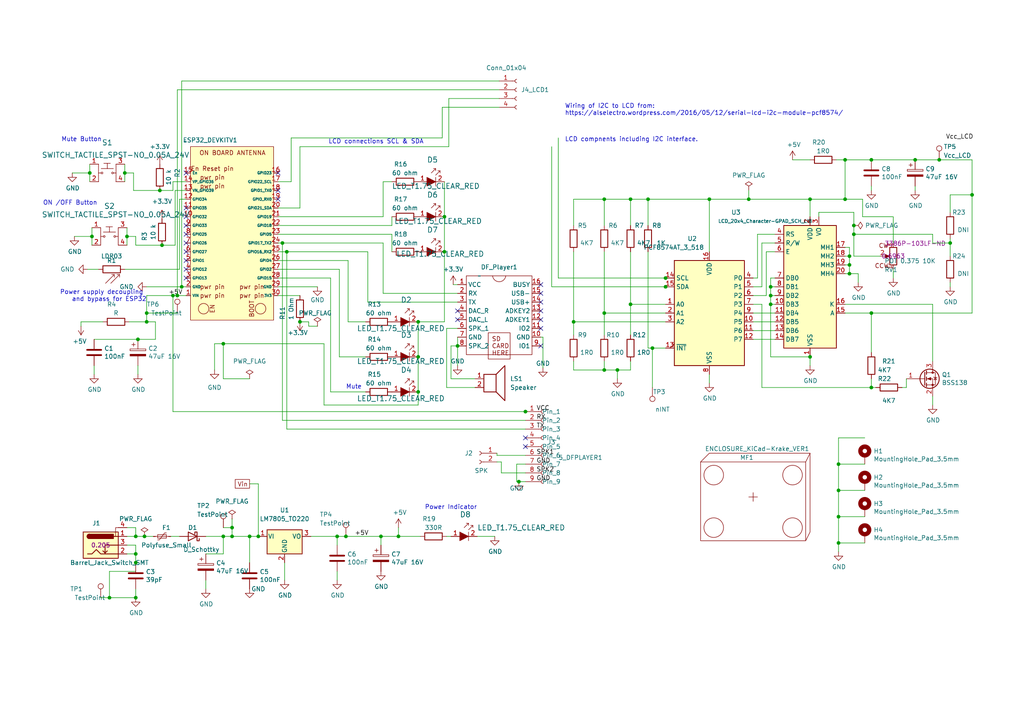
<source format=kicad_sch>
(kicad_sch (version 20230121) (generator eeschema)
  (paper "A4")
  (junction (at 252.73 46.355))
  (junction (at 175.26 90.805))
  (junction (at 42.545 90.805))
  (junction (at 246.38 79.375))
  (junction (at 36.83 68.58))
  (junction (at 74.93 155.575))
  (junction (at 182.88 88.265))
  (junction (at 223.52 88.265))
  (junction (at 64.77 99.695))
  (junction (at 243.205 134.62))
  (junction (at 26.67 68.58))
  (junction (at 83.185 73.025))
  (junction (at 243.205 157.48))
  (junction (at 223.52 83.185))
  (junction (at 223.52 85.725))
  (junction (at 246.38 76.835))
  (junction (at 175.26 107.315))
  (junction (at 243.205 149.86))
  (junction (at 67.31 153.035))
  (junction (at 81.915 70.485))
  (junction (at 128.905 73.025))
  (junction (at 247.65 67.945))
  (junction (at 72.39 155.575))
  (junction (at 193.04 83.185))
  (junction (at 205.74 57.785))
  (junction (at 246.38 74.295))
  (junction (at 179.07 107.315))
  (junction (at 46.355 55.245))
  (junction (at 252.73 90.805))
  (junction (at 40.005 98.425))
  (junction (at 110.49 155.575))
  (junction (at 243.205 142.24))
  (junction (at 245.11 57.785))
  (junction (at 234.95 57.785))
  (junction (at 39.37 155.575))
  (junction (at 31.75 173.355))
  (junction (at 252.73 112.395))
  (junction (at 36.195 50.165))
  (junction (at 51.435 85.725))
  (junction (at 272.415 46.355))
  (junction (at 42.545 93.345))
  (junction (at 121.285 113.665))
  (junction (at 115.57 155.575))
  (junction (at 39.37 160.655))
  (junction (at 50.165 85.725))
  (junction (at 166.37 93.345))
  (junction (at 86.995 93.345))
  (junction (at 39.37 173.355))
  (junction (at 39.37 163.195))
  (junction (at 52.705 83.185))
  (junction (at 41.91 155.575))
  (junction (at 182.88 57.785))
  (junction (at 67.31 155.575))
  (junction (at 26.035 50.165))
  (junction (at 64.77 155.575))
  (junction (at 175.26 57.785))
  (junction (at 193.04 80.645))
  (junction (at 121.285 103.505))
  (junction (at 234.95 103.505))
  (junction (at 46.99 71.12))
  (junction (at 281.94 56.515))
  (junction (at 189.23 100.965))
  (junction (at 247.65 65.405))
  (junction (at 97.79 155.575))
  (junction (at 132.715 100.33))
  (junction (at 187.96 57.785))
  (junction (at 128.905 62.865))
  (junction (at 152.4 119.38))
  (junction (at 275.59 70.485))
  (junction (at 150.495 139.7))
  (junction (at 265.43 46.355))
  (junction (at 217.17 57.785))
  (junction (at 121.285 93.345))
  (junction (at 100.33 155.575))
  (junction (at 245.11 46.355))
  (no_connect (at 53.975 50.165))
  (no_connect (at 156.845 85.09))
  (no_connect (at 53.975 70.485))
  (no_connect (at 53.975 78.105))
  (no_connect (at 132.715 90.17))
  (no_connect (at 53.975 80.645))
  (no_connect (at 152.4 127))
  (no_connect (at 156.845 100.33))
  (no_connect (at 53.975 62.865))
  (no_connect (at 53.975 67.945))
  (no_connect (at 53.975 65.405))
  (no_connect (at 53.975 75.565))
  (no_connect (at 132.715 92.71))
  (no_connect (at 152.4 129.54))
  (no_connect (at 156.845 82.55))
  (no_connect (at 156.845 87.63))
  (no_connect (at 156.845 95.25))
  (no_connect (at 80.645 50.165))
  (no_connect (at 80.645 55.245))
  (no_connect (at 53.975 73.025))
  (no_connect (at 156.845 90.17))
  (no_connect (at 53.975 60.325))
  (no_connect (at 80.645 57.785))
  (no_connect (at 156.845 92.71))
  (wire (pts (xy 39.37 170.815) (xy 39.37 173.355)))
  (wire (pts (xy 50.165 119.38) (xy 50.165 85.725)))
  (wire (pts (xy 129.54 112.395) (xy 137.795 112.395)))
  (wire (pts (xy 224.79 85.725) (xy 223.52 85.725)))
  (wire (pts (xy 80.645 52.705) (xy 84.455 52.705)))
  (wire (pts (xy 80.645 60.325) (xy 86.995 60.325)))
  (wire (pts (xy 39.37 160.655) (xy 39.37 163.195)))
  (wire (pts (xy 39.37 71.12) (xy 46.99 71.12)))
  (wire (pts (xy 36.195 78.105) (xy 52.07 78.105)))
  (wire (pts (xy 247.65 67.945) (xy 247.65 74.295)))
  (wire (pts (xy 218.44 95.885) (xy 224.79 95.885)))
  (wire (pts (xy 62.23 99.695) (xy 64.77 99.695)))
  (wire (pts (xy 130.175 42.545) (xy 130.175 28.575)))
  (wire (pts (xy 250.19 62.865) (xy 259.08 62.865)))
  (wire (pts (xy 80.645 62.865) (xy 111.125 62.865)))
  (wire (pts (xy 265.43 53.975) (xy 265.43 55.245)))
  (wire (pts (xy 52.705 83.185) (xy 52.705 23.495)))
  (wire (pts (xy 150.495 139.7) (xy 152.4 139.7)))
  (wire (pts (xy 38.735 50.165) (xy 38.735 55.245)))
  (wire (pts (xy 39.37 158.115) (xy 39.37 160.655)))
  (wire (pts (xy 250.19 57.785) (xy 250.19 62.865)))
  (wire (pts (xy 229.87 46.355) (xy 234.95 46.355)))
  (wire (pts (xy 115.57 155.575) (xy 121.92 155.575)))
  (wire (pts (xy 129.54 155.575) (xy 130.81 155.575)))
  (wire (pts (xy 52.07 57.785) (xy 53.975 57.785)))
  (wire (pts (xy 46.99 71.12) (xy 50.8 71.12)))
  (wire (pts (xy 218.44 83.185) (xy 220.98 83.185)))
  (wire (pts (xy 182.88 65.405) (xy 182.88 57.785)))
  (wire (pts (xy 205.74 57.785) (xy 217.17 57.785)))
  (wire (pts (xy 247.65 74.295) (xy 255.27 74.295)))
  (wire (pts (xy 64.77 155.575) (xy 64.77 160.655)))
  (wire (pts (xy 245.11 79.375) (xy 246.38 79.375)))
  (wire (pts (xy 42.545 83.185) (xy 52.705 83.185)))
  (wire (pts (xy 106.68 87.63) (xy 132.715 87.63)))
  (wire (pts (xy 36.83 68.58) (xy 36.83 71.12)))
  (wire (pts (xy 132.715 95.25) (xy 129.54 95.25)))
  (wire (pts (xy 243.205 134.62) (xy 243.205 142.24)))
  (wire (pts (xy 89.535 94.615) (xy 89.535 93.345)))
  (wire (pts (xy 270.51 70.485) (xy 275.59 70.485)))
  (wire (pts (xy 64.77 99.695) (xy 64.77 109.855)))
  (wire (pts (xy 193.04 88.265) (xy 182.88 88.265)))
  (wire (pts (xy 281.94 46.355) (xy 281.94 56.515)))
  (wire (pts (xy 153.035 119.38) (xy 152.4 119.38)))
  (wire (pts (xy 64.77 99.695) (xy 93.98 99.695)))
  (wire (pts (xy 166.37 97.155) (xy 166.37 93.345)))
  (wire (pts (xy 245.11 74.295) (xy 246.38 74.295)))
  (wire (pts (xy 149.86 139.7) (xy 150.495 139.7)))
  (wire (pts (xy 250.825 157.48) (xy 243.205 157.48)))
  (wire (pts (xy 59.69 155.575) (xy 64.77 155.575)))
  (wire (pts (xy 270.51 114.935) (xy 270.51 117.475)))
  (wire (pts (xy 82.55 168.275) (xy 82.55 163.195)))
  (wire (pts (xy 128.27 40.005) (xy 128.27 31.115)))
  (wire (pts (xy 40.005 98.425) (xy 45.085 98.425)))
  (wire (pts (xy 131.445 82.55) (xy 132.715 82.55)))
  (wire (pts (xy 160.02 83.185) (xy 160.02 42.545)))
  (wire (pts (xy 50.165 85.725) (xy 51.435 85.725)))
  (wire (pts (xy 220.98 83.185) (xy 220.98 70.485)))
  (wire (pts (xy 223.52 88.265) (xy 223.52 85.725)))
  (wire (pts (xy 245.11 46.355) (xy 252.73 46.355)))
  (wire (pts (xy 121.285 93.345) (xy 121.285 103.505)))
  (wire (pts (xy 243.205 142.24) (xy 243.205 149.86)))
  (wire (pts (xy 166.37 93.345) (xy 166.37 73.025)))
  (wire (pts (xy 218.44 90.805) (xy 224.79 90.805)))
  (wire (pts (xy 129.54 95.25) (xy 129.54 112.395)))
  (wire (pts (xy 189.23 112.395) (xy 189.23 100.965)))
  (wire (pts (xy 152.4 121.92) (xy 81.915 121.92)))
  (wire (pts (xy 224.79 83.185) (xy 223.52 83.185)))
  (wire (pts (xy 46.355 55.245) (xy 50.165 55.245)))
  (wire (pts (xy 113.665 65.405) (xy 113.665 62.865)))
  (wire (pts (xy 80.645 73.025) (xy 83.185 73.025)))
  (wire (pts (xy 187.96 73.025) (xy 187.96 100.965)))
  (wire (pts (xy 86.995 42.545) (xy 130.175 42.545)))
  (wire (pts (xy 31.75 165.735) (xy 31.75 173.355)))
  (wire (pts (xy 128.27 31.115) (xy 144.78 31.115)))
  (wire (pts (xy 270.51 67.945) (xy 270.51 70.485)))
  (wire (pts (xy 222.25 85.725) (xy 222.25 73.025)))
  (wire (pts (xy 36.83 68.58) (xy 39.37 68.58)))
  (wire (pts (xy 50.8 55.245) (xy 50.8 71.12)))
  (wire (pts (xy 252.73 46.355) (xy 265.43 46.355)))
  (wire (pts (xy 80.645 65.405) (xy 113.665 65.405)))
  (wire (pts (xy 49.53 155.575) (xy 52.07 155.575)))
  (wire (pts (xy 130.81 100.33) (xy 130.81 109.855)))
  (wire (pts (xy 275.59 83.185) (xy 275.59 81.915)))
  (wire (pts (xy 52.705 83.185) (xy 53.975 83.185)))
  (wire (pts (xy 262.89 109.855) (xy 262.89 112.395)))
  (wire (pts (xy 193.04 80.645) (xy 161.925 80.645)))
  (wire (pts (xy 219.71 67.945) (xy 219.71 80.645)))
  (wire (pts (xy 52.705 23.495) (xy 144.78 23.495)))
  (wire (pts (xy 152.4 119.38) (xy 50.165 119.38)))
  (wire (pts (xy 40.005 108.585) (xy 40.005 106.045)))
  (wire (pts (xy 245.11 71.755) (xy 246.38 71.755)))
  (wire (pts (xy 52.07 57.785) (xy 52.07 78.105)))
  (wire (pts (xy 80.645 75.565) (xy 100.965 75.565)))
  (wire (pts (xy 220.98 88.265) (xy 220.98 112.395)))
  (wire (pts (xy 80.645 78.105) (xy 98.425 78.105)))
  (wire (pts (xy 143.51 155.575) (xy 138.43 155.575)))
  (wire (pts (xy 132.715 97.79) (xy 132.715 100.33)))
  (wire (pts (xy 218.44 85.725) (xy 222.25 85.725)))
  (wire (pts (xy 152.4 132.08) (xy 144.145 132.08)))
  (wire (pts (xy 100.33 155.575) (xy 110.49 155.575)))
  (wire (pts (xy 187.96 57.785) (xy 205.74 57.785)))
  (wire (pts (xy 59.69 160.655) (xy 64.77 160.655)))
  (wire (pts (xy 39.37 165.735) (xy 31.75 165.735)))
  (wire (pts (xy 80.645 80.645) (xy 95.885 80.645)))
  (wire (pts (xy 67.31 155.575) (xy 72.39 155.575)))
  (wire (pts (xy 217.17 57.785) (xy 234.95 57.785)))
  (wire (pts (xy 42.545 85.725) (xy 42.545 90.805)))
  (wire (pts (xy 166.37 107.315) (xy 175.26 107.315)))
  (wire (pts (xy 259.08 70.485) (xy 259.08 62.865)))
  (wire (pts (xy 84.455 40.005) (xy 84.455 52.705)))
  (wire (pts (xy 26.035 47.625) (xy 26.035 50.165)))
  (wire (pts (xy 218.44 98.425) (xy 224.79 98.425)))
  (wire (pts (xy 29.21 173.355) (xy 31.75 173.355)))
  (wire (pts (xy 26.035 50.165) (xy 26.035 52.705)))
  (wire (pts (xy 246.38 74.295) (xy 246.38 76.835)))
  (wire (pts (xy 36.195 47.625) (xy 36.195 50.165)))
  (wire (pts (xy 245.11 57.785) (xy 234.95 57.785)))
  (wire (pts (xy 80.645 85.725) (xy 86.995 85.725)))
  (wire (pts (xy 223.52 85.725) (xy 223.52 83.185)))
  (wire (pts (xy 62.23 99.695) (xy 62.23 107.315)))
  (wire (pts (xy 27.305 108.585) (xy 27.305 106.045)))
  (wire (pts (xy 243.205 127) (xy 243.205 134.62)))
  (wire (pts (xy 72.39 140.335) (xy 74.93 140.335)))
  (wire (pts (xy 39.37 68.58) (xy 39.37 71.12)))
  (wire (pts (xy 193.675 83.185) (xy 193.04 83.185)))
  (wire (pts (xy 39.37 155.575) (xy 36.83 155.575)))
  (wire (pts (xy 23.495 93.345) (xy 23.495 94.615)))
  (wire (pts (xy 270.51 88.265) (xy 270.51 104.775)))
  (wire (pts (xy 246.38 71.755) (xy 246.38 74.295)))
  (wire (pts (xy 145.415 137.16) (xy 152.4 137.16)))
  (wire (pts (xy 246.38 76.835) (xy 246.38 79.375)))
  (wire (pts (xy 111.125 70.485) (xy 111.125 85.09)))
  (wire (pts (xy 182.88 57.785) (xy 187.96 57.785)))
  (wire (pts (xy 275.59 70.485) (xy 275.59 69.215)))
  (wire (pts (xy 152.4 134.62) (xy 149.86 134.62)))
  (wire (pts (xy 89.535 93.345) (xy 86.995 93.345)))
  (wire (pts (xy 41.91 155.575) (xy 39.37 155.575)))
  (wire (pts (xy 245.11 76.835) (xy 246.38 76.835)))
  (wire (pts (xy 130.81 109.855) (xy 137.795 109.855)))
  (wire (pts (xy 182.88 97.155) (xy 182.88 88.265)))
  (wire (pts (xy 247.65 65.405) (xy 247.65 67.945)))
  (wire (pts (xy 223.52 83.185) (xy 223.52 80.645)))
  (wire (pts (xy 245.11 88.265) (xy 270.51 88.265)))
  (wire (pts (xy 44.45 155.575) (xy 41.91 155.575)))
  (wire (pts (xy 224.79 67.945) (xy 219.71 67.945)))
  (wire (pts (xy 220.98 112.395) (xy 252.73 112.395)))
  (wire (pts (xy 252.73 90.805) (xy 245.11 90.805)))
  (wire (pts (xy 272.415 46.355) (xy 281.94 46.355)))
  (wire (pts (xy 97.79 158.115) (xy 97.79 155.575)))
  (wire (pts (xy 72.39 163.195) (xy 72.39 155.575)))
  (wire (pts (xy 144.145 132.08) (xy 144.145 131.445)))
  (wire (pts (xy 182.88 107.315) (xy 182.88 104.775)))
  (wire (pts (xy 175.26 57.785) (xy 182.88 57.785)))
  (wire (pts (xy 29.845 93.345) (xy 23.495 93.345)))
  (wire (pts (xy 128.905 62.865) (xy 128.905 73.025)))
  (wire (pts (xy 81.915 70.485) (xy 111.125 70.485)))
  (wire (pts (xy 145.415 133.985) (xy 145.415 137.16)))
  (wire (pts (xy 130.175 28.575) (xy 144.78 28.575)))
  (wire (pts (xy 175.26 107.315) (xy 179.07 107.315)))
  (wire (pts (xy 50.165 55.245) (xy 50.165 52.705)))
  (wire (pts (xy 93.98 99.695) (xy 93.98 117.475)))
  (wire (pts (xy 51.435 26.035) (xy 51.435 85.725)))
  (wire (pts (xy 166.37 65.405) (xy 166.37 57.785)))
  (wire (pts (xy 121.285 103.505) (xy 121.285 113.665)))
  (wire (pts (xy 182.88 88.265) (xy 182.88 73.025)))
  (wire (pts (xy 132.715 100.33) (xy 132.715 106.045)))
  (wire (pts (xy 245.11 57.785) (xy 250.19 57.785)))
  (wire (pts (xy 113.665 67.945) (xy 113.665 73.025)))
  (wire (pts (xy 187.96 100.965) (xy 189.23 100.965)))
  (wire (pts (xy 166.37 57.785) (xy 175.26 57.785)))
  (wire (pts (xy 81.915 121.92) (xy 81.915 70.485)))
  (wire (pts (xy 110.49 155.575) (xy 115.57 155.575)))
  (wire (pts (xy 250.825 142.24) (xy 243.205 142.24)))
  (wire (pts (xy 242.57 46.355) (xy 245.11 46.355)))
  (wire (pts (xy 31.75 173.355) (xy 39.37 173.355)))
  (wire (pts (xy 243.205 149.86) (xy 243.205 157.48)))
  (wire (pts (xy 189.23 100.965) (xy 193.04 100.965)))
  (wire (pts (xy 111.125 52.705) (xy 113.665 52.705)))
  (wire (pts (xy 281.94 90.805) (xy 252.73 90.805)))
  (wire (pts (xy 275.59 61.595) (xy 275.59 56.515)))
  (wire (pts (xy 39.37 160.655) (xy 36.83 160.655)))
  (wire (pts (xy 250.825 127) (xy 243.205 127)))
  (wire (pts (xy 64.77 153.035) (xy 67.31 153.035)))
  (wire (pts (xy 166.37 104.775) (xy 166.37 107.315)))
  (wire (pts (xy 84.455 40.005) (xy 128.27 40.005)))
  (wire (pts (xy 234.95 57.785) (xy 234.95 62.865)))
  (wire (pts (xy 265.43 46.355) (xy 272.415 46.355)))
  (wire (pts (xy 250.825 134.62) (xy 243.205 134.62)))
  (wire (pts (xy 111.125 85.09) (xy 132.715 85.09)))
  (wire (pts (xy 220.98 70.485) (xy 224.79 70.485)))
  (wire (pts (xy 90.17 155.575) (xy 97.79 155.575)))
  (wire (pts (xy 95.885 113.665) (xy 106.045 113.665)))
  (wire (pts (xy 100.965 93.345) (xy 100.965 75.565)))
  (wire (pts (xy 72.39 109.855) (xy 64.77 109.855)))
  (wire (pts (xy 223.52 88.265) (xy 223.52 103.505)))
  (wire (pts (xy 93.98 117.475) (xy 121.285 117.475)))
  (wire (pts (xy 42.545 90.805) (xy 51.435 90.805)))
  (wire (pts (xy 152.4 124.46) (xy 83.185 124.46)))
  (wire (pts (xy 80.645 70.485) (xy 81.915 70.485)))
  (wire (pts (xy 187.96 65.405) (xy 187.96 57.785)))
  (wire (pts (xy 275.59 74.295) (xy 275.59 70.485)))
  (wire (pts (xy 252.73 112.395) (xy 252.73 109.855)))
  (wire (pts (xy 193.04 93.345) (xy 166.37 93.345)))
  (wire (pts (xy 237.49 62.865) (xy 237.49 61.595)))
  (wire (pts (xy 247.65 61.595) (xy 247.65 65.405)))
  (wire (pts (xy 36.195 50.165) (xy 38.735 50.165)))
  (wire (pts (xy 51.435 26.035) (xy 144.78 26.035)))
  (wire (pts (xy 175.26 90.805) (xy 175.26 73.025)))
  (wire (pts (xy 97.79 155.575) (xy 100.33 155.575)))
  (wire (pts (xy 193.04 90.805) (xy 175.26 90.805)))
  (wire (pts (xy 80.645 67.945) (xy 113.665 67.945)))
  (wire (pts (xy 39.37 153.035) (xy 39.37 155.575)))
  (wire (pts (xy 98.425 103.505) (xy 106.045 103.505)))
  (wire (pts (xy 128.905 73.025) (xy 128.905 93.345)))
  (wire (pts (xy 281.94 56.515) (xy 281.94 90.805)))
  (wire (pts (xy 67.31 153.035) (xy 67.31 155.575)))
  (wire (pts (xy 37.465 93.345) (xy 42.545 93.345)))
  (wire (pts (xy 98.425 78.105) (xy 98.425 103.505)))
  (wire (pts (xy 224.79 88.265) (xy 223.52 88.265)))
  (wire (pts (xy 106.68 73.025) (xy 106.68 87.63)))
  (wire (pts (xy 72.39 155.575) (xy 74.93 155.575)))
  (wire (pts (xy 250.825 149.86) (xy 243.205 149.86)))
  (wire (pts (xy 59.69 168.275) (xy 59.69 170.815)))
  (wire (pts (xy 219.71 80.645) (xy 218.44 80.645)))
  (wire (pts (xy 144.145 133.985) (xy 145.415 133.985)))
  (wire (pts (xy 175.26 65.405) (xy 175.26 57.785)))
  (wire (pts (xy 36.83 66.04) (xy 36.83 68.58)))
  (wire (pts (xy 83.185 73.025) (xy 83.185 124.46)))
  (wire (pts (xy 223.52 80.645) (xy 224.79 80.645)))
  (wire (pts (xy 80.645 83.185) (xy 92.075 83.185)))
  (wire (pts (xy 193.04 83.185) (xy 160.02 83.185)))
  (wire (pts (xy 248.92 79.375) (xy 248.92 81.915)))
  (wire (pts (xy 259.08 78.105) (xy 259.08 80.645)))
  (wire (pts (xy 234.95 106.045) (xy 234.95 103.505)))
  (wire (pts (xy 51.435 85.725) (xy 53.975 85.725)))
  (wire (pts (xy 128.905 52.705) (xy 128.905 62.865)))
  (wire (pts (xy 27.305 98.425) (xy 40.005 98.425)))
  (wire (pts (xy 205.74 111.125) (xy 205.74 108.585)))
  (wire (pts (xy 45.085 98.425) (xy 45.085 93.345)))
  (wire (pts (xy 243.205 157.48) (xy 243.205 160.02)))
  (wire (pts (xy 246.38 79.375) (xy 248.92 79.375)))
  (wire (pts (xy 275.59 56.515) (xy 281.94 56.515)))
  (wire (pts (xy 111.125 62.865) (xy 111.125 52.705)))
  (wire (pts (xy 252.73 112.395) (xy 254 112.395)))
  (wire (pts (xy 247.65 67.945) (xy 270.51 67.945)))
  (wire (pts (xy 128.905 93.345) (xy 121.285 93.345)))
  (wire (pts (xy 179.07 107.315) (xy 182.88 107.315)))
  (wire (pts (xy 92.075 94.615) (xy 89.535 94.615)))
  (wire (pts (xy 179.07 109.855) (xy 179.07 107.315)))
  (wire (pts (xy 175.26 104.775) (xy 175.26 107.315)))
  (wire (pts (xy 42.545 85.725) (xy 50.165 85.725)))
  (wire (pts (xy 26.67 68.58) (xy 26.67 71.12)))
  (wire (pts (xy 193.675 80.645) (xy 193.04 80.645)))
  (wire (pts (xy 217.17 55.245) (xy 217.17 57.785)))
  (wire (pts (xy 261.62 112.395) (xy 262.89 112.395)))
  (wire (pts (xy 115.57 155.575) (xy 115.57 153.035)))
  (wire (pts (xy 157.48 97.79) (xy 157.48 106.68)))
  (wire (pts (xy 74.93 140.335) (xy 74.93 155.575)))
  (wire (pts (xy 106.045 93.345) (xy 100.965 93.345)))
  (wire (pts (xy 149.86 134.62) (xy 149.86 139.7)))
  (wire (pts (xy 175.26 97.155) (xy 175.26 90.805)))
  (wire (pts (xy 223.52 103.505) (xy 234.95 103.505)))
  (wire (pts (xy 64.77 155.575) (xy 67.31 155.575)))
  (wire (pts (xy 110.49 158.115) (xy 110.49 155.575)))
  (wire (pts (xy 132.715 100.33) (xy 130.81 100.33)))
  (wire (pts (xy 36.195 50.165) (xy 36.195 52.705)))
  (wire (pts (xy 245.11 46.355) (xy 245.11 57.785)))
  (wire (pts (xy 21.59 68.58) (xy 26.67 68.58)))
  (wire (pts (xy 252.73 102.235) (xy 252.73 90.805)))
  (wire (pts (xy 36.83 153.035) (xy 39.37 153.035)))
  (wire (pts (xy 25.4 78.105) (xy 28.575 78.105)))
  (wire (pts (xy 36.83 158.115) (xy 39.37 158.115)))
  (wire (pts (xy 26.67 66.04) (xy 26.67 68.58)))
  (wire (pts (xy 86.995 42.545) (xy 86.995 60.325)))
  (wire (pts (xy 161.925 80.645) (xy 161.925 40.005)))
  (wire (pts (xy 53.975 55.245) (xy 50.8 55.245)))
  (wire (pts (xy 121.285 117.475) (xy 121.285 113.665)))
  (wire (pts (xy 205.74 73.025) (xy 205.74 57.785)))
  (wire (pts (xy 218.44 93.345) (xy 224.79 93.345)))
  (wire (pts (xy 237.49 61.595) (xy 247.65 61.595)))
  (wire (pts (xy 218.44 88.265) (xy 220.98 88.265)))
  (wire (pts (xy 42.545 90.805) (xy 42.545 93.345)))
  (wire (pts (xy 67.31 150.495) (xy 67.31 153.035)))
  (wire (pts (xy 38.735 55.245) (xy 46.355 55.245)))
  (wire (pts (xy 252.73 55.245) (xy 252.73 53.975)))
  (wire (pts (xy 97.79 165.735) (xy 97.79 168.275)))
  (wire (pts (xy 95.885 80.645) (xy 95.885 113.665)))
  (wire (pts (xy 156.845 97.79) (xy 157.48 97.79)))
  (wire (pts (xy 39.37 163.195) (xy 39.37 165.735)))
  (wire (pts (xy 20.955 50.165) (xy 26.035 50.165)))
  (wire (pts (xy 83.185 73.025) (xy 106.68 73.025)))
  (wire (pts (xy 222.25 73.025) (xy 224.79 73.025)))
  (wire (pts (xy 50.165 52.705) (xy 53.975 52.705)))
  (wire (pts (xy 42.545 93.345) (xy 45.085 93.345)))
  (text "Power supply decoupling \nand bypass for ESP32" (at 42.545 87.63 0) (effects (font (size 1.27 1.27)) (justify right bottom)))
  (text "LCD compnents including I2C interface." (at 163.83 41.275 0) (effects (font (size 1.27 1.27)) (justify left bottom)))
  (text "Mute Button" (at 17.78 41.275 0) (effects (font (size 1.27 1.27)) (justify left bottom)))
  (text "LCD connections SCL & SDA" (at 95.25 41.91 0) (effects (font (size 1.27 1.27)) (justify left bottom)))
  (text "Power Indicator" (at 123.19 147.955 0) (effects (font (size 1.27 1.27)) (justify left bottom)))
  (text "Mute" (at 100.33 113.03 0) (effects (font (size 1.27 1.27)) (justify left bottom)))
  (text "Wiring of I2C to LCD from:\nhttps://alselectro.wordpress.com/2016/05/12/serial-lcd-i2c-module-pcf8574/" (at 163.83 33.655 0) (effects (font (size 1.27 1.27)) (justify left bottom)))
  (text "ON /OFF Button" (at 12.446 59.69 0) (effects (font (size 1.27 1.27)) (justify left bottom)))
  (label "Vcc_LCD" (at 274.32 40.64 0))
  (label "SPK2" (at 155.575 137.16 0))
  (label "SPK1" (at 155.575 132.08 0))
  (label "+5V" (at 102.87 155.575 0))
  (label "RX" (at 155.575 121.92 0))
  (label "GND" (at 155.575 134.62 0))
  (label "TX" (at 155.575 124.46 0))
  (label "GND" (at 155.575 139.7 0))
  (label "VCC" (at 155.575 119.38 0))
  (label "+5V" (at 48.895 85.725 0))
  (global_label "Vin" (shape passive) (at 72.39 140.335 180) (property "Intersheetrefs" "${INTERSHEET_REFS}" (effects hide)))
  (symbol (lib_id "GPAD_SCH_LIB:LED_T1.75_CLEAR_WHITE") (at 118.745 113.665 0) (unit 1)
    (property "Reference" "D4" (at 116.205 107.315 0) (effects (font (size 1.524 1.524)) (justify left)))
    (property "Value" "LED_T1.75_CLEAR_RED" (at 103.505 115.57 0) (effects (font (size 1.524 1.524)) (justify left)))
    (property "Footprint" "GeneralPurposeAlarmDevicePCB:LED_5mm_Radial" (effects hide))
    (property "Datasheet" "http://optoelectronics.liteon.com/upload/download/DS20-2005-253/LTW-2R3D7.pdf" (effects hide))
    (property "Digi-Key_PN" "160-1772-ND" (effects hide))
    (property "MPN" "LTW-2R3D7" (effects hide))
    (property "Category" "Optoelectronics" (effects hide))
    (property "Family" "LED Indication - Discrete" (effects hide))
    (property "DK_Datasheet_Link" "http://optoelectronics.liteon.com/upload/download/DS20-2005-253/LTW-2R3D7.pdf" (effects hide))
    (property "DK_Detail_Page" "/product-detail/en/lite-on-inc/LTW-2R3D7/160-1772-ND/1277121" (effects hide))
    (property "Description" "LED WHITE CLEAR T-1 3/4 T/H" (effects hide))
    (property "Manufacturer" "Lite-On Inc." (effects hide))
    (property "Status" "Active" (effects hide))
    (property "AssemblyType" "HAND" (effects hide))
    (property "Cost" "0.36000" (effects hide))
    (property "Distributor 1" "DigiKey" (effects hide))
    (property "Distributor 1 PN" "160-1682-ND" (effects hide))
  )
  (symbol (lib_id "Device:C_Polarized") (at 110.49 161.925 0) (unit 1)
    (property "Reference" "C7" (at 113.4872 160.7566 0) (effects (justify left)))
    (property "Value" "47uF 16V" (at 113.4872 163.068 0) (effects (justify left)))
    (property "Footprint" "Capacitor_SMD:CP_Elec_5x5.4" (effects hide))
    (property "Distributor 1" "JLCPCB" (effects hide))
    (property "Distributor 1 PN" "C2895272" (effects hide))
    (property "Manufacturer" "KNSCHA" (effects hide))
    (property "MPN" "RVT47UF16V67RV0019" (effects hide))
    (property "AssemblyType" "SMT" (effects hide))
    (property "Cost" "0.038" (effects hide))
  )
  (symbol (lib_id "GPAD_SCH_LIB:MountingHole_Pad_3.5mm") (at 250.825 154.94 0) (unit 1)
    (property "Reference" "H4" (at 253.365 153.6954 0) (effects (justify left)))
    (property "Value" "MountingHole_Pad_3.5mm" (at 253.365 156.0068 0) (effects (justify left)))
    (property "Footprint" "GeneralPurposeAlarmDevicePCB:MountingHole_3.5mm_Pad_Via" (effects hide))
    (property "AssemblyType" "NA" (effects hide))
    (property "Cost" "0" (effects hide))
    (property "Description" "MountingHole_Pad_3.5mm" (effects hide))
    (property "Distributor 1" "NA" (effects hide))
    (property "Distributor 1 PN" "NA" (effects hide))
  )
  (symbol (lib_id "power:GND") (at 62.23 107.315 0) (unit 1)
    (property "Reference" "#PWR023" (effects hide))
    (property "Value" "GND" (at 62.23 112.395 0))
  )
  (symbol (lib_id "Device:C_Polarized") (at 40.005 102.235 0) (unit 1)
    (property "Reference" "C2" (at 43.0022 101.0666 0) (effects (justify left)))
    (property "Value" "47uF 16V" (at 43.0022 103.378 0) (effects (justify left)))
    (property "Footprint" "Capacitor_SMD:CP_Elec_5x5.4" (effects hide))
    (property "Distributor 1" "JLCPCB" (effects hide))
    (property "Distributor 1 PN" "C2895272" (effects hide))
    (property "Manufacturer" "KNSCHA" (effects hide))
    (property "MPN" "RVT47UF16V67RV0019" (effects hide))
    (property "AssemblyType" "SMT" (effects hide))
    (property "Cost" "0.038" (effects hide))
  )
  (symbol (lib_id "Connector:TestPoint") (at 64.77 153.035 0) (unit 1)
    (property "Reference" "TP2" (at 57.15 146.685 0) (effects (justify left)))
    (property "Value" "TestPoint" (at 57.15 149.225 0) (effects (justify left)))
    (property "Footprint" "TestPoint:TestPoint_Loop_D2.54mm_Drill1.5mm_Beaded" (effects hide))
    (property "AssemblyType" "HAND" (effects hide))
  )
  (symbol (lib_id "Device:C") (at 39.37 167.005 0) (unit 1)
    (property "Reference" "C3" (at 42.291 165.8366 0) (effects (justify left)))
    (property "Value" "39pF" (at 42.291 168.148 0) (effects (justify left)))
    (property "Footprint" "Capacitor_SMD:C_0603_1608Metric_Pad1.08x0.95mm_HandSolder" (effects hide))
    (property "AssemblyType" "SMT" (effects hide))
    (property "Distributor 1" "JLCPCB" (effects hide))
    (property "Distributor 1 PN" "C107049" (effects hide))
    (property "MPN" "CC0603JRNPO9BN390" (effects hide))
    (property "Manufacturer" "YAGEO" (effects hide))
    (property "Cost" "0.003" (effects hide))
  )
  (symbol (lib_id "power:+3.3V") (at 46.355 47.625 0) (unit 1)
    (property "Reference" "#PWR07" (effects hide))
    (property "Value" "+3.3V" (at 46.355 42.545 0))
  )
  (symbol (lib_id "Device:C") (at 252.73 50.165 0) (unit 1)
    (property "Reference" "C8" (at 255.651 48.9966 0) (effects (justify left)))
    (property "Value" "100nF" (at 255.651 51.308 0) (effects (justify left)))
    (property "Footprint" "Capacitor_SMD:C_0603_1608Metric_Pad1.08x0.95mm_HandSolder" (effects hide))
    (property "Distributor 1" "JLCPCB" (effects hide))
    (property "Distributor 1 PN" "C14663" (effects hide))
    (property "Manufacturer" "YAGEO" (effects hide))
    (property "MPN" "CC0603KRX7R9BB104" (effects hide))
    (property "Description" "50V 100nF X7R ±10% 0603 Multilayer Ceramic Capacitors MLCC - SMD/SMT ROHS" (effects hide))
    (property "AssemblyType" "SMT" (effects hide))
    (property "Cost" "0.0021" (effects hide))
  )
  (symbol (lib_id "GPAD_SCH_LIB:SWITCH_TACTILE_SPST-NO_0.05A_24V") (at 31.115 50.165 0) (unit 1)
    (property "Reference" "S1" (at 31.115 41.3512 0) (effects (font (size 1.524 1.524))))
    (property "Value" "SWITCH_TACTILE_SPST-NO_0.05A_24V" (at 33.528 44.958 0) (effects (font (size 1.524 1.524))))
    (property "Footprint" "PubInv_KiCad_PCB:Switch_Tactile_THT_6x6mm" (effects hide))
    (property "Datasheet" "https://www.te.com/commerce/DocumentDelivery/DDEController?Action=srchrtrv&DocNm=1825910&DocType=Customer+Drawing&DocLang=English" (effects hide))
    (property "Distributor 1" "JLCPCB" (effects hide))
    (property "Distributor 1 PN" "C13828" (effects hide))
    (property "Distributor 2" "Digikey" (effects hide))
    (property "Distributor 2 PN" "450-1804-ND" (effects hide))
    (property "Manufacturer" "TE Connectivity ALCOSWITCH Switches" (effects hide))
    (property "MPN" "TE Connectivity 1825910-7,   Dongguan Guangzhu Industrial C13828" (effects hide))
    (property "Category" "Switches" (effects hide))
    (property "Family" "Tactile Switches" (effects hide))
    (property "DK_Datasheet_Link" "https://www.te.com/commerce/DocumentDelivery/DDEController?Action=srchrtrv&DocNm=1825910&DocType=Customer+Drawing&DocLang=English" (effects hide))
    (property "DK_Detail_Page" "/product-detail/en/te-connectivity-alcoswitch-switches/1825910-7/450-1804-ND/1731414" (effects hide))
    (property "Description" "±10% ±100ppm/℃ 10kΩ Plugin Variable Resistors/Potentiometers ROHS" (effects hide))
    (property "Status" "Active" (effects hide))
    (property "AssemblyType" "HAND" (effects hide))
    (property "Cost" "0.0315" (effects hide))
  )
  (symbol (lib_id "GPAD_SCH_LIB:Barrel_Jack_Switch_SMT") (at 29.21 158.115 0) (unit 1)
    (property "Reference" "J1" (at 27.94 151.765 0))
    (property "Value" "Barrel_Jack_Switch_SMT" (at 31.75 163.195 0))
    (property "Footprint" "GeneralPurposeAlarmDevicePCB:BarrelJack_CLIFF_FC681465S_SMT_Horizontal" (effects hide))
    (property "Datasheet" "https://tensility.s3.amazonaws.com/uploads/pdffiles/54-00164.pdf" (effects hide))
    (property "Distributor 1" "JLCPCB" (effects hide))
    (property "Distributor 1 PN" "C319134" (effects hide))
    (property "Manufacturer" "XKB Connectivity / Tensility International Corp" (effects hide))
    (property "MPN" "DC-005-5A-2.0-SMT / 54-00164" (effects hide))
    (property "Description" "Power Barrel Connector Jack 2.10mm ID (0.083\"), 5.50mm OD (0.217\") Surface Mount, Right Angle" (effects hide))
    (property "Distributor 2" "Digikey" (effects hide))
    (property "Distributor 2 PN" "839-54-00164CT-ND" (effects hide))
    (property "Cost" "0.205" (at 29.21 158.115 0))
    (property "AssemblyType" "HAND" (effects hide))
  )
  (symbol (lib_id "power:+3.3V") (at 46.99 63.5 0) (unit 1)
    (property "Reference" "#PWR08" (effects hide))
    (property "Value" "+3.3V" (at 46.99 58.42 0))
  )
  (symbol (lib_id "GPAD_SCH_LIB:MountingHole_Pad_3.5mm") (at 250.825 132.08 0) (unit 1)
    (property "Reference" "H1" (at 253.365 130.8354 0) (effects (justify left)))
    (property "Value" "MountingHole_Pad_3.5mm" (at 253.365 133.1468 0) (effects (justify left)))
    (property "Footprint" "GeneralPurposeAlarmDevicePCB:MountingHole_3.5mm_Pad_Via" (effects hide))
    (property "AssemblyType" "NA" (effects hide))
    (property "Cost" "0" (effects hide))
    (property "Description" "MountingHole_Pad_3.5mm" (effects hide))
    (property "Distributor 1" "NA" (effects hide))
    (property "Distributor 1 PN" "NA" (effects hide))
  )
  (symbol (lib_id "Connector:TestPoint") (at 29.21 173.355 0) (unit 1)
    (property "Reference" "TP1" (at 20.32 170.815 0) (effects (justify left)))
    (property "Value" "TestPoint" (at 21.59 173.355 0) (effects (justify left)))
    (property "Footprint" "TestPoint:TestPoint_Loop_D2.54mm_Drill1.5mm_Beaded" (effects hide))
    (property "AssemblyType" "HAND" (effects hide))
  )
  (symbol (lib_id "power:GND") (at 97.79 168.275 0) (unit 1)
    (property "Reference" "#PWR019" (effects hide))
    (property "Value" "GND" (at 97.917 172.6692 0))
  )
  (symbol (lib_id "power:PWR_FLAG") (at 92.075 94.615 0) (unit 1)
    (property "Reference" "#FLG03" (effects hide))
    (property "Value" "PWR_FLAG" (at 91.44 90.805 0))
  )
  (symbol (lib_id "power:GND") (at 243.205 160.02 0) (unit 1)
    (property "Reference" "#PWR024" (effects hide))
    (property "Value" "GND" (at 243.332 164.4142 0))
  )
  (symbol (lib_id "power:GND") (at 265.43 55.245 0) (unit 1)
    (property "Reference" "#PWR028" (effects hide))
    (property "Value" "GND" (at 265.557 59.6392 0))
  )
  (symbol (lib_id "power:GND") (at 157.48 106.68 0) (unit 1)
    (property "Reference" "#PWR034" (effects hide))
    (property "Value" "GND" (at 157.48 105.41 0))
  )
  (symbol (lib_id "power:GND") (at 40.005 108.585 0) (unit 1)
    (property "Reference" "#PWR011" (effects hide))
    (property "Value" "GND" (at 40.132 112.9792 0))
  )
  (symbol (lib_id "Device:R") (at 109.855 113.665 270) (unit 1)
    (property "Reference" "R15" (at 108.585 108.585 90))
    (property "Value" "60 ohm" (at 109.855 111.125 90))
    (property "Footprint" "Resistor_SMD:R_0603_1608Metric_Pad0.98x0.95mm_HandSolder" (effects hide))
    (property "Distributor 1" "JLCPCB" (effects hide))
    (property "Distributor 1 PN" "C269711" (effects hide))
    (property "Manufacturer" "TyoHM" (effects hide))
    (property "MPN" "RMC06033301%N" (effects hide))
    (property "Description" "0.1W ±1% 330Ω 0603 Chip Resistor - Surface Mount ROHS" (effects hide))
    (property "AssemblyType" "SMT" (effects hide))
    (property "Cost" "0.0015" (effects hide))
  )
  (symbol (lib_id "Device:R") (at 166.37 100.965 0) (unit 1)
    (property "Reference" "R9" (at 168.91 97.155 0))
    (property "Value" "1R0" (at 170.18 102.235 0))
    (property "Footprint" "Resistor_SMD:R_0603_1608Metric_Pad0.98x0.95mm_HandSolder" (effects hide))
    (property "Distributor 1" "JLCPCB" (effects hide))
    (property "Distributor 1 PN" "C269434" (effects hide))
    (property "Manufacturer" "TyoHM" (effects hide))
    (property "MPN" "RMC060315%N" (effects hide))
    (property "Description" "0.1W ±5% 1Ω 0603 Chip Resistor - Surface Mount ROHS" (effects hide))
    (property "AssemblyType" "SMT" (effects hide))
    (property "Cost" "0.0015" (effects hide))
  )
  (symbol (lib_id "Regulator_Linear:LM7805_TO220") (at 82.55 155.575 0) (unit 1)
    (property "Reference" "U1" (at 82.55 147.955 0))
    (property "Value" "LM7805_TO220" (at 82.55 150.495 0))
    (property "Footprint" "Package_TO_SOT_THT:TO-220-3_Vertical" (effects hide))
    (property "Datasheet" "https://www.onsemi.cn/PowerSolutions/document/MC7800-D.PDF" (effects hide))
    (property "Cost" "0.1164" (effects hide))
    (property "Description" "LM7805 TO220" (effects hide))
    (property "Distributor 1" "JLCPCB" (effects hide))
    (property "Distributor 1 PN" "C2977083" (effects hide))
    (property "Manufacturer" "HANSCHIP semiconductor" (effects hide))
    (property "MPN" "LM7805CTG" (effects hide))
    (property "AssemblyType" "HAND" (effects hide))
  )
  (symbol (lib_id "power:GND") (at 270.51 117.475 0) (unit 1)
    (property "Reference" "#PWR029" (effects hide))
    (property "Value" "GND" (at 270.637 121.8692 0))
  )
  (symbol (lib_id "GPAD_SCH_LIB:ENCLOSURE_GPAD_VER1") (at 218.44 144.145 0) (unit 1) (on_board no)
    (property "Reference" "MF1" (at 214.63 132.715 0) (effects (justify left)))
    (property "Value" "ENCLOSURE_KiCad-Krake_VER1" (at 204.47 130.175 0) (effects (justify left)))
    (property "Datasheet" "https://www.mcmaster.com/catalog/128/3306" (effects hide))
    (property "Distributor 1" "PublicInvention" (effects hide))
    (property "Distributor 1 PN" "ENCLOSURE_GPAD_VER1" (effects hide))
    (property "Cost" "1000000" (effects hide))
  )
  (symbol (lib_id "power:GND") (at 275.59 83.185 0) (unit 1)
    (property "Reference" "#PWR030" (effects hide))
    (property "Value" "GND" (at 275.717 87.5792 0))
  )
  (symbol (lib_id "power:GND") (at 82.55 168.275 0) (unit 1)
    (property "Reference" "#PWR016" (effects hide))
    (property "Value" "GND" (at 82.677 172.6692 0))
  )
  (symbol (lib_id "Device:R") (at 117.475 52.705 270) (unit 1)
    (property "Reference" "R16" (at 116.205 47.625 90))
    (property "Value" "60 ohm" (at 117.475 50.165 90))
    (property "Footprint" "Resistor_SMD:R_0603_1608Metric_Pad0.98x0.95mm_HandSolder" (effects hide))
    (property "Distributor 1" "JLCPCB" (effects hide))
    (property "Distributor 1 PN" "C269711" (effects hide))
    (property "Manufacturer" "TyoHM" (effects hide))
    (property "MPN" "RMC06033301%N" (effects hide))
    (property "Description" "0.1W ±1% 330Ω 0603 Chip Resistor - Surface Mount ROHS" (effects hide))
    (property "AssemblyType" "SMT" (effects hide))
    (property "Cost" "0.0015" (effects hide))
  )
  (symbol (lib_id "power:GND") (at 20.955 50.165 0) (unit 1)
    (property "Reference" "#PWR01" (effects hide))
    (property "Value" "GND" (at 21.082 54.5592 0))
  )
  (symbol (lib_id "Device:Speaker") (at 142.875 109.855 0) (unit 1)
    (property "Reference" "LS1" (at 147.955 109.855 0) (effects (justify left)))
    (property "Value" "Speaker" (at 147.955 112.395 0) (effects (justify left)))
    (property "Footprint" "speaker:Speaker" (effects hide))
  )
  (symbol (lib_id "power:GND") (at 39.37 173.355 0) (unit 1)
    (property "Reference" "#PWR012" (effects hide))
    (property "Value" "GND" (at 39.497 177.7492 0))
  )
  (symbol (lib_id "Device:R") (at 182.88 100.965 0) (unit 1)
    (property "Reference" "R12" (at 185.42 97.155 0))
    (property "Value" "1R0" (at 186.69 102.235 0))
    (property "Footprint" "Resistor_SMD:R_0603_1608Metric_Pad0.98x0.95mm_HandSolder" (effects hide))
    (property "Distributor 1" "JLCPCB" (effects hide))
    (property "Distributor 1 PN" "C269434" (effects hide))
    (property "Manufacturer" "TyoHM" (effects hide))
    (property "MPN" "RMC060315%N" (effects hide))
    (property "Description" "0.1W ±5% 1Ω 0603 Chip Resistor - Surface Mount ROHS" (effects hide))
    (property "AssemblyType" "SMT" (effects hide))
    (property "Cost" "0.0015" (effects hide))
  )
  (symbol (lib_id "power:PWR_FLAG") (at 41.91 155.575 0) (unit 1)
    (property "Reference" "#FLG01" (effects hide))
    (property "Value" "PWR_FLAG" (at 39.37 150.495 0))
  )
  (symbol (lib_id "Connector:Conn_01x02_Socket") (at 139.065 131.445 0) (mirror y) (unit 1)
    (property "Reference" "J2" (at 137.16 131.445 0) (effects (justify left)))
    (property "Value" "SPK" (at 141.605 136.525 0) (effects (justify left)))
    (property "Footprint" "Connector_PinHeader_1.27mm:PinHeader_1x02_P1.27mm_Vertical" (effects hide))
  )
  (symbol (lib_id "Device:R") (at 33.655 93.345 270) (unit 1)
    (property "Reference" "R4" (at 32.385 88.265 90))
    (property "Value" "R" (at 33.655 90.805 90))
    (property "Footprint" "Resistor_SMD:R_0603_1608Metric_Pad0.98x0.95mm_HandSolder" (effects hide))
    (property "Distributor 1" "JLCPCB" (effects hide))
    (property "Distributor 1 PN" "C269434" (effects hide))
    (property "Manufacturer" "TyoHM" (effects hide))
    (property "MPN" "RMC060315%N" (effects hide))
    (property "Description" "0.1W ±5% 1Ω 0603 Chip Resistor - Surface Mount ROHS" (effects hide))
    (property "AssemblyType" "SMT" (effects hide))
    (property "Cost" "0.0015" (effects hide))
  )
  (symbol (lib_id "Device:R") (at 46.355 51.435 180) (unit 1)
    (property "Reference" "R2" (at 51.435 50.165 90))
    (property "Value" "10 k" (at 48.895 51.435 90))
    (property "Footprint" "Resistor_SMD:R_0603_1608Metric_Pad0.98x0.95mm_HandSolder" (effects hide))
    (property "Distributor 1" "JLCPCB" (effects hide))
    (property "Distributor 1 PN" "C269701" (effects hide))
    (property "Manufacturer" "TyoHM" (effects hide))
    (property "MPN" "RMC 0603 10K F N" (effects hide))
    (property "Description" "0.1W ±1% 10kΩ 0603  Chip Resistor - Surface Mount ROHS" (effects hide))
    (property "AssemblyType" "SMT" (effects hide))
    (property "Cost" "0.0015" (effects hide))
  )
  (symbol (lib_id "power:GND") (at 234.95 106.045 0) (unit 1)
    (property "Reference" "#PWR010" (effects hide))
    (property "Value" "GND" (at 235.077 110.4392 0))
  )
  (symbol (lib_id "power:GND") (at 143.51 155.575 0) (unit 1)
    (property "Reference" "#PWR022" (effects hide))
    (property "Value" "GND" (at 143.637 159.9692 0))
  )
  (symbol (lib_id "GPAD_SCH_LIB:LED_T1.75_CLEAR_WHITE") (at 126.365 73.025 0) (unit 1)
    (property "Reference" "D7" (at 123.825 66.675 0) (effects (font (size 1.524 1.524)) (justify left)))
    (property "Value" "LED_T1.75_CLEAR_RED" (at 114.935 73.66 0) (effects (font (size 1.524 1.524)) (justify left)))
    (property "Footprint" "GeneralPurposeAlarmDevicePCB:LED_5mm_Radial" (effects hide))
    (property "Datasheet" "http://optoelectronics.liteon.com/upload/download/DS20-2005-253/LTW-2R3D7.pdf" (effects hide))
    (property "Digi-Key_PN" "160-1772-ND" (effects hide))
    (property "MPN" "LTW-2R3D7" (effects hide))
    (property "Category" "Optoelectronics" (effects hide))
    (property "Family" "LED Indication - Discrete" (effects hide))
    (property "DK_Datasheet_Link" "http://optoelectronics.liteon.com/upload/download/DS20-2005-253/LTW-2R3D7.pdf" (effects hide))
    (property "DK_Detail_Page" "/product-detail/en/lite-on-inc/LTW-2R3D7/160-1772-ND/1277121" (effects hide))
    (property "Description" "LED WHITE CLEAR T-1 3/4 T/H" (effects hide))
    (property "Manufacturer" "Lite-On Inc." (effects hide))
    (property "Status" "Active" (effects hide))
    (property "AssemblyType" "HAND" (effects hide))
    (property "Cost" "0.36000" (effects hide))
    (property "Distributor 1" "DigiKey" (effects hide))
    (property "Distributor 1 PN" "160-1682-ND" (effects hide))
  )
  (symbol (lib_id "Device:C") (at 97.79 161.925 0) (unit 1)
    (property "Reference" "C6" (at 100.711 160.7566 0) (effects (justify left)))
    (property "Value" "100nF" (at 100.711 163.068 0) (effects (justify left)))
    (property "Footprint" "Capacitor_SMD:C_0603_1608Metric_Pad1.08x0.95mm_HandSolder" (effects hide))
    (property "Distributor 1" "JLCPCB" (effects hide))
    (property "Distributor 1 PN" "C14663" (effects hide))
    (property "Manufacturer" "YAGEO" (effects hide))
    (property "MPN" "CC0603KRX7R9BB104" (effects hide))
    (property "Description" "50V 100nF X7R ±10% 0603 Multilayer Ceramic Capacitors MLCC - SMD/SMT ROHS" (effects hide))
    (property "AssemblyType" "SMT" (effects hide))
    (property "Cost" "0.0021" (effects hide))
  )
  (symbol (lib_id "Device:R") (at 252.73 106.045 180) (unit 1)
    (property "Reference" "R21" (at 257.81 104.775 0))
    (property "Value" "4K7" (at 256.54 107.315 0))
    (property "Footprint" "Resistor_SMD:R_0603_1608Metric_Pad0.98x0.95mm_HandSolder" (effects hide))
    (property "Distributor 1" "JLCPCB" (effects hide))
    (property "Distributor 1 PN" "C269713" (effects hide))
    (property "Manufacturer" "TyoHM" (effects hide))
    (property "MPN" "RMC 0603 4K7 F N" (effects hide))
    (property "Description" "1W ±1% 4.7kΩ 0603 Chip Resistor - Surface Mount ROHS" (effects hide))
    (property "AssemblyType" "SMT" (effects hide))
    (property "Cost" "0.0015" (effects hide))
  )
  (symbol (lib_id "Device:R") (at 117.475 73.025 270) (unit 1)
    (property "Reference" "R18" (at 116.205 67.945 90))
    (property "Value" "60 ohm" (at 117.475 70.485 90))
    (property "Footprint" "Resistor_SMD:R_0603_1608Metric_Pad0.98x0.95mm_HandSolder" (effects hide))
    (property "Distributor 1" "JLCPCB" (effects hide))
    (property "Distributor 1 PN" "C269711" (effects hide))
    (property "Manufacturer" "TyoHM" (effects hide))
    (property "MPN" "RMC06033301%N" (effects hide))
    (property "Description" "0.1W ±1% 330Ω 0603 Chip Resistor - Surface Mount ROHS" (effects hide))
    (property "AssemblyType" "SMT" (effects hide))
    (property "Cost" "0.0015" (effects hide))
  )
  (symbol (lib_id "Device:R") (at 46.99 67.31 0) (unit 1)
    (property "Reference" "R3" (at 41.91 68.58 90))
    (property "Value" "10 k" (at 44.45 67.31 90))
    (property "Footprint" "Resistor_SMD:R_0603_1608Metric_Pad0.98x0.95mm_HandSolder" (effects hide))
    (property "Distributor 1" "JLCPCB" (effects hide))
    (property "Distributor 1 PN" "C269701" (effects hide))
    (property "Manufacturer" "TyoHM" (effects hide))
    (property "MPN" "RMC 0603 10K F N" (effects hide))
    (property "Description" "0.1W ±1% 10kΩ 0603  Chip Resistor - Surface Mount ROHS" (effects hide))
    (property "AssemblyType" "SMT" (effects hide))
    (property "Cost" "0.0015" (effects hide))
  )
  (symbol (lib_id "Device:C_Polarized") (at 59.69 164.465 0) (unit 1)
    (property "Reference" "C4" (at 62.6872 163.2966 0) (effects (justify left)))
    (property "Value" "47uF 16V" (at 62.6872 165.608 0) (effects (justify left)))
    (property "Footprint" "Capacitor_SMD:CP_Elec_5x5.4" (effects hide))
    (property "Distributor 1" "JLCPCB" (effects hide))
    (property "Distributor 1 PN" "C2895272" (effects hide))
    (property "Manufacturer" "KNSCHA" (effects hide))
    (property "MPN" "RVT47UF16V67RV0019" (effects hide))
    (property "AssemblyType" "SMT" (effects hide))
    (property "Cost" "0.038" (effects hide))
  )
  (symbol (lib_id "GPAD_SCH_LIB:MountingHole_Pad_3.5mm") (at 250.825 139.7 0) (unit 1)
    (property "Reference" "H2" (at 253.365 138.4554 0) (effects (justify left)))
    (property "Value" "MountingHole_Pad_3.5mm" (at 253.365 140.7668 0) (effects (justify left)))
    (property "Footprint" "GeneralPurposeAlarmDevicePCB:MountingHole_3.5mm_Pad_Via" (effects hide))
    (property "AssemblyType" "NA" (effects hide))
    (property "Cost" "0" (effects hide))
    (property "Description" "MountingHole_Pad_3.5mm" (effects hide))
    (property "Distributor 1" "NA" (effects hide))
    (property "Distributor 1 PN" "NA" (effects hide))
  )
  (symbol (lib_id "power:GND") (at 25.4 78.105 270) (unit 1)
    (property "Reference" "#PWR033" (effects hide))
    (property "Value" "GND" (at 21.59 78.105 90) (effects (justify right)))
  )
  (symbol (lib_id "power:+5V") (at 23.495 94.615 180) (unit 1)
    (property "Reference" "#PWR05" (effects hide))
    (property "Value" "+5V" (at 23.114 99.0092 0))
  )
  (symbol (lib_id "PubInv_KiCad_SCH_LIB:ESP32_DEVKITV1") (at 55.245 42.545 0) (unit 1)
    (property "Reference" "ESP32_DEVKITV1" (at 60.96 40.64 0))
    (property "Value" "~" (at 53.721 41.021 0))
    (property "Footprint" "esp32 15 pin Library:esp32" (effects hide))
  )
  (symbol (lib_id "GPAD_SCH_LIB:LED_T1.75_CLEAR_WHITE") (at 118.745 103.505 0) (unit 1)
    (property "Reference" "D3" (at 116.205 97.155 0) (effects (font (size 1.524 1.524)) (justify left)))
    (property "Value" "LED_T1.75_CLEAR_RED" (at 103.505 104.775 0) (effects (font (size 1.524 1.524)) (justify left)))
    (property "Footprint" "GeneralPurposeAlarmDevicePCB:LED_5mm_Radial" (effects hide))
    (property "Datasheet" "http://optoelectronics.liteon.com/upload/download/DS20-2005-253/LTW-2R3D7.pdf" (effects hide))
    (property "Digi-Key_PN" "160-1772-ND" (effects hide))
    (property "MPN" "LTW-2R3D7" (effects hide))
    (property "Category" "Optoelectronics" (effects hide))
    (property "Family" "LED Indication - Discrete" (effects hide))
    (property "DK_Datasheet_Link" "http://optoelectronics.liteon.com/upload/download/DS20-2005-253/LTW-2R3D7.pdf" (effects hide))
    (property "DK_Detail_Page" "/product-detail/en/lite-on-inc/LTW-2R3D7/160-1772-ND/1277121" (effects hide))
    (property "Description" "LED WHITE CLEAR T-1 3/4 T/H" (effects hide))
    (property "Manufacturer" "Lite-On Inc." (effects hide))
    (property "Status" "Active" (effects hide))
    (property "AssemblyType" "HAND" (effects hide))
    (property "Cost" "0.36000" (effects hide))
    (property "Distributor 1" "DigiKey" (effects hide))
    (property "Distributor 1 PN" "160-1682-ND" (effects hide))
  )
  (symbol (lib_id "power:GND") (at 59.69 170.815 0) (unit 1)
    (property "Reference" "#PWR014" (effects hide))
    (property "Value" "GND" (at 59.817 175.2092 0))
  )
  (symbol (lib_id "power:GND") (at 110.49 165.735 0) (unit 1)
    (property "Reference" "#PWR020" (effects hide))
    (property "Value" "GND" (at 110.617 170.1292 0))
  )
  (symbol (lib_id "power:GND") (at 205.74 111.125 0) (unit 1)
    (property "Reference" "#PWR04" (effects hide))
    (property "Value" "GND" (at 205.867 115.5192 0))
  )
  (symbol (lib_id "GPAD_SCH_LIB:LED_T1.75_CLEAR_WHITE") (at 126.365 52.705 0) (unit 1)
    (property "Reference" "D5" (at 123.825 46.355 0) (effects (font (size 1.524 1.524)) (justify left)))
    (property "Value" "LED_T1.75_CLEAR_RED" (at 113.665 53.975 0) (effects (font (size 1.524 1.524)) (justify left)))
    (property "Footprint" "GeneralPurposeAlarmDevicePCB:LED_5mm_Radial" (effects hide))
    (property "Datasheet" "http://optoelectronics.liteon.com/upload/download/DS20-2005-253/LTW-2R3D7.pdf" (effects hide))
    (property "Digi-Key_PN" "160-1772-ND" (effects hide))
    (property "MPN" "LTW-2R3D7" (effects hide))
    (property "Category" "Optoelectronics" (effects hide))
    (property "Family" "LED Indication - Discrete" (effects hide))
    (property "DK_Datasheet_Link" "http://optoelectronics.liteon.com/upload/download/DS20-2005-253/LTW-2R3D7.pdf" (effects hide))
    (property "DK_Detail_Page" "/product-detail/en/lite-on-inc/LTW-2R3D7/160-1772-ND/1277121" (effects hide))
    (property "Description" "LED WHITE CLEAR T-1 3/4 T/H" (effects hide))
    (property "Manufacturer" "Lite-On Inc." (effects hide))
    (property "Status" "Active" (effects hide))
    (property "AssemblyType" "HAND" (effects hide))
    (property "Cost" "0.36000" (effects hide))
    (property "Distributor 1" "DigiKey" (effects hide))
    (property "Distributor 1 PN" "160-1682-ND" (effects hide))
  )
  (symbol (lib_id "Connector:TestPoint") (at 189.23 112.395 180) (unit 1)
    (property "Reference" "TP3" (at 193.04 113.665 0) (effects (justify left)))
    (property "Value" "nINT" (at 194.31 118.745 0) (effects (justify left)))
    (property "Footprint" "TestPoint:TestPoint_Loop_D2.54mm_Drill1.5mm_Beaded" (effects hide))
    (property "AssemblyType" "HAND" (effects hide))
  )
  (symbol (lib_id "Device:D_Schottky") (at 55.88 155.575 180) (unit 1)
    (property "Reference" "D1" (at 55.88 153.035 0))
    (property "Value" "D_Schottky" (at 58.42 159.385 0))
    (property "Footprint" "Diode_SMD:D_SMB" (effects hide))
    (property "Distributor 1" "JLCPCB" (effects hide))
    (property "Distributor 1 PN" "C14996" (effects hide))
    (property "MPN" "SS210" (effects hide))
    (property "Manufacturer" "MDD（Microdiode Electronics）" (effects hide))
    (property "AssemblyType" "SMT" (effects hide))
    (property "Cost" "0.0343" (effects hide))
  )
  (symbol (lib_id "Device:R") (at 257.81 112.395 270) (unit 1)
    (property "Reference" "R22" (at 256.54 109.855 90))
    (property "Value" "4K7" (at 257.81 116.205 90))
    (property "Footprint" "Resistor_SMD:R_0603_1608Metric_Pad0.98x0.95mm_HandSolder" (effects hide))
    (property "Distributor 1" "JLCPCB" (effects hide))
    (property "Distributor 1 PN" "C269713" (effects hide))
    (property "Manufacturer" "TyoHM" (effects hide))
    (property "MPN" "RMC 0603 4K7 F N" (effects hide))
    (property "Description" "1W ±1% 4.7kΩ 0603 Chip Resistor - Surface Mount ROHS" (effects hide))
    (property "AssemblyType" "SMT" (effects hide))
    (property "Cost" "0.0015" (effects hide))
  )
  (symbol (lib_id "Device:R") (at 275.59 65.405 180) (unit 1)
    (property "Reference" "R23" (at 278.13 61.595 0))
    (property "Value" "DNI" (at 279.4 66.675 0))
    (property "Footprint" "Resistor_SMD:R_0603_1608Metric_Pad0.98x0.95mm_HandSolder" (effects hide))
    (property "Distributor 1" "DNI" (effects hide))
    (property "Distributor 1 PN" "DNI" (effects hide))
    (property "Manufacturer" "TyoHM" (effects hide))
    (property "MPN" "DNI" (effects hide))
    (property "Description" "DNI" (effects hide))
    (property "AssemblyType" "SMT" (effects hide))
    (property "Cost" "0.0015" (effects hide))
  )
  (symbol (lib_id "Device:R") (at 187.96 69.215 180) (unit 1)
    (property "Reference" "R8" (at 190.5 65.405 0))
    (property "Value" "1K" (at 191.77 70.485 0))
    (property "Footprint" "Resistor_SMD:R_0603_1608Metric_Pad0.98x0.95mm_HandSolder" (effects hide))
    (property "Distributor 1" "JLCPCB" (effects hide))
    (property "Distributor 1 PN" "C269704" (effects hide))
    (property "Manufacturer" "TyoHM" (effects hide))
    (property "MPN" "RMC06031K1%N" (effects hide))
    (property "Description" "0.1W ±1% 1kΩ 0603 Chip Resistor - Surface Mount ROHS" (effects hide))
    (property "AssemblyType" "SMT" (effects hide))
    (property "Cost" "0.0015" (effects hide))
  )
  (symbol (lib_id "power:+5V") (at 229.87 46.355 0) (unit 1)
    (property "Reference" "#PWR09" (effects hide))
    (property "Value" "+5V" (at 230.251 41.9608 0))
  )
  (symbol (lib_id "GPAD_SCH_LIB:SWITCH_TACTILE_SPST-NO_0.05A_24V") (at 31.75 68.58 0) (unit 1)
    (property "Reference" "S2" (at 31.75 59.7662 0) (effects (font (size 1.524 1.524))))
    (property "Value" "SWITCH_TACTILE_SPST-NO_0.05A_24V" (at 33.528 62.23 0) (effects (font (size 1.524 1.524))))
    (property "Footprint" "PubInv_KiCad_PCB:Switch_Tactile_THT_6x6mm" (effects hide))
    (property "Datasheet" "https://www.te.com/commerce/DocumentDelivery/DDEController?Action=srchrtrv&DocNm=1825910&DocType=Customer+Drawing&DocLang=English" (effects hide))
    (property "Distributor 1" "JLCPCB" (effects hide))
    (property "Distributor 1 PN" "C13828" (effects hide))
    (property "Distributor 2" "Digikey" (effects hide))
    (property "Distributor 2 PN" "450-1804-ND" (effects hide))
    (property "Manufacturer" "TE Connectivity ALCOSWITCH Switches" (effects hide))
    (property "MPN" "TE Connectivity 1825910-7,   Dongguan Guangzhu Industrial C13828" (effects hide))
    (property "Category" "Switches" (effects hide))
    (property "Family" "Tactile Switches" (effects hide))
    (property "DK_Datasheet_Link" "https://www.te.com/commerce/DocumentDelivery/DDEController?Action=srchrtrv&DocNm=1825910&DocType=Customer+Drawing&DocLang=English" (effects hide))
    (property "DK_Detail_Page" "/product-detail/en/te-connectivity-alcoswitch-switches/1825910-7/450-1804-ND/1731414" (effects hide))
    (property "Description" "±10% ±100ppm/℃ 10kΩ Plugin Variable Resistors/Potentiometers ROHS" (effects hide))
    (property "Status" "Active" (effects hide))
    (property "AssemblyType" "HAND" (effects hide))
    (property "Cost" "0.0315" (effects hide))
  )
  (symbol (lib_id "Device:C") (at 72.39 167.005 0) (unit 1)
    (property "Reference" "C5" (at 75.311 165.8366 0) (effects (justify left)))
    (property "Value" "100nF" (at 75.311 168.148 0) (effects (justify left)))
    (property "Footprint" "Capacitor_SMD:C_0603_1608Metric_Pad1.08x0.95mm_HandSolder" (effects hide))
    (property "Distributor 1" "JLCPCB" (effects hide))
    (property "Distributor 1 PN" "C14663" (effects hide))
    (property "Manufacturer" "YAGEO" (effects hide))
    (property "MPN" "CC0603KRX7R9BB104" (effects hide))
    (property "Description" "50V 100nF X7R ±10% 0603 Multilayer Ceramic Capacitors MLCC - SMD/SMT ROHS" (effects hide))
    (property "AssemblyType" "SMT" (effects hide))
    (property "Cost" "0.0021" (effects hide))
  )
  (symbol (lib_id "Device:R") (at 175.26 69.215 180) (unit 1)
    (property "Reference" "R6" (at 177.8 65.405 0))
    (property "Value" "4K7" (at 179.07 70.485 0))
    (property "Footprint" "Resistor_SMD:R_0603_1608Metric_Pad0.98x0.95mm_HandSolder" (effects hide))
    (property "Distributor 1" "JLCPCB" (effects hide))
    (property "Distributor 1 PN" "C269713" (effects hide))
    (property "Manufacturer" "TyoHM" (effects hide))
    (property "MPN" "RMC 0603 4K7 F N" (effects hide))
    (property "Description" "1W ±1% 4.7kΩ 0603 Chip Resistor - Surface Mount ROHS" (effects hide))
    (property "AssemblyType" "SMT" (effects hide))
    (property "Cost" "0.0015" (effects hide))
  )
  (symbol (lib_id "Device:R") (at 238.76 46.355 270) (unit 1)
    (property "Reference" "R20" (at 237.49 41.275 90))
    (property "Value" "1R0" (at 238.76 43.815 90))
    (property "Footprint" "Resistor_SMD:R_0603_1608Metric_Pad0.98x0.95mm_HandSolder" (effects hide))
    (property "Distributor 1" "JLCPCB" (effects hide))
    (property "Distributor 1 PN" "C269434" (effects hide))
    (property "Manufacturer" "TyoHM" (effects hide))
    (property "MPN" "RMC060315%N" (effects hide))
    (property "Description" "0.1W ±5% 1Ω 0603 Chip Resistor - Surface Mount ROHS" (effects hide))
    (property "AssemblyType" "SMT" (effects hide))
    (property "Cost" "0.0015" (effects hide))
  )
  (symbol (lib_id "power:GND") (at 42.545 83.185 270) (unit 1)
    (property "Reference" "#PWR013" (effects hide))
    (property "Value" "GND" (at 38.735 83.185 90) (effects (justify right)))
  )
  (symbol (lib_id "Connector:TestPoint") (at 272.415 46.355 0) (unit 1)
    (property "Reference" "TP5" (at 273.685 42.545 0) (effects (justify left)))
    (property "Value" "Vcc_LCD" (at 273.685 45.085 0) (effects (justify left)))
    (property "Footprint" "TestPoint:TestPoint_Loop_D2.54mm_Drill1.5mm_Beaded" (effects hide))
    (property "AssemblyType" "HAND" (effects hide))
  )
  (symbol (lib_id "Device:R") (at 86.995 89.535 0) (unit 1)
    (property "Reference" "R11" (at 81.915 90.805 90))
    (property "Value" "1 Ohm" (at 84.455 89.535 90))
    (property "Footprint" "Resistor_SMD:R_0603_1608Metric_Pad0.98x0.95mm_HandSolder" (effects hide))
    (property "Distributor 1" "JLCPCB" (effects hide))
    (property "Distributor 1 PN" "C269434" (effects hide))
    (property "Manufacturer" "TyoHM" (effects hide))
    (property "MPN" "RMC060315%N" (effects hide))
    (property "Description" "0.1W ±5% 1Ω 0603 Chip Resistor - Surface Mount ROHS" (effects hide))
    (property "AssemblyType" "SMT" (effects hide))
    (property "Cost" "0.0015" (effects hide))
  )
  (symbol (lib_id "Device:R") (at 117.475 62.865 270) (unit 1)
    (property "Reference" "R17" (at 116.205 57.785 90))
    (property "Value" "60 ohm" (at 117.475 60.325 90))
    (property "Footprint" "Resistor_SMD:R_0603_1608Metric_Pad0.98x0.95mm_HandSolder" (effects hide))
    (property "Distributor 1" "JLCPCB" (effects hide))
    (property "Distributor 1 PN" "C269711" (effects hide))
    (property "Manufacturer" "TyoHM" (effects hide))
    (property "MPN" "RMC06033301%N" (effects hide))
    (property "Description" "0.1W ±1% 330Ω 0603 Chip Resistor - Surface Mount ROHS" (effects hide))
    (property "AssemblyType" "SMT" (effects hide))
    (property "Cost" "0.0015" (effects hide))
  )
  (symbol (lib_id "Device:C_Polarized") (at 265.43 50.165 0) (unit 1)
    (property "Reference" "C9" (at 268.4272 48.9966 0) (effects (justify left)))
    (property "Value" "47uF 16V" (at 268.4272 51.308 0) (effects (justify left)))
    (property "Footprint" "Capacitor_SMD:CP_Elec_5x5.4" (effects hide))
    (property "Distributor 1" "JLCPCB" (effects hide))
    (property "Distributor 1 PN" "C2895272" (effects hide))
    (property "Manufacturer" "KNSCHA" (effects hide))
    (property "MPN" "RVT47UF16V67RV0019" (effects hide))
    (property "AssemblyType" "SMT" (effects hide))
    (property "Cost" "0.038" (effects hide))
  )
  (symbol (lib_id "power:GND") (at 92.075 83.185 0) (mirror y) (unit 1)
    (property "Reference" "#PWR018" (effects hide))
    (property "Value" "GND" (at 92.075 86.995 0))
  )
  (symbol (lib_id "power:GND") (at 248.92 81.915 0) (unit 1)
    (property "Reference" "#PWR025" (effects hide))
    (property "Value" "GND" (at 249.047 86.3092 0))
  )
  (symbol (lib_id "power:+5V") (at 115.57 153.035 0) (unit 1)
    (property "Reference" "#PWR021" (effects hide))
    (property "Value" "+5V" (at 115.951 148.6408 0))
  )
  (symbol (lib_id "GPAD_SCH_LIB:PCF8574AT_3_518") (at 205.74 90.805 0) (unit 1)
    (property "Reference" "U2" (at 199.39 69.215 0) (effects (justify left)))
    (property "Value" "PCF8574AT_3_518" (at 186.69 71.755 0) (effects (justify left)))
    (property "Footprint" "Package_SO:SOIC-16W_7.5x10.3mm_P1.27mm" (effects hide))
    (property "Datasheet" "https://datasheet.lcsc.com/lcsc/1811151526_NXP-Semicon-PCF8574AT-3-518_C86832.pdf" (effects hide))
    (property "AssemblyType" "SMT" (effects hide))
    (property "Cost" "1.87" (effects hide))
    (property "Distributor 1" "JLCPCB" (effects hide))
    (property "Distributor 1 PN" "C86832" (effects hide))
    (property "MPN" "PCF8574AT_3_518" (effects hide))
  )
  (symbol (lib_id "Device:R") (at 182.88 69.215 180) (unit 1)
    (property "Reference" "R7" (at 185.42 65.405 0))
    (property "Value" "4K7" (at 186.69 70.485 0))
    (property "Footprint" "Resistor_SMD:R_0603_1608Metric_Pad0.98x0.95mm_HandSolder" (effects hide))
    (property "Distributor 1" "JLCPCB" (effects hide))
    (property "Distributor 1 PN" "C269713" (effects hide))
    (property "Manufacturer" "TyoHM" (effects hide))
    (property "MPN" "RMC 0603 4K7 F N" (effects hide))
    (property "Description" "1W ±1% 4.7kΩ 0603 Chip Resistor - Surface Mount ROHS" (effects hide))
    (property "AssemblyType" "SMT" (effects hide))
    (property "Cost" "0.0015" (effects hide))
  )
  (symbol (lib_id "power:GND") (at 259.08 80.645 0) (unit 1)
    (property "Reference" "#PWR027" (effects hide))
    (property "Value" "GND" (at 259.207 85.0392 0))
  )
  (symbol (lib_id "GPAD_SCH_LIB:MountingHole_Pad_3.5mm") (at 250.825 147.32 0) (unit 1)
    (property "Reference" "H3" (at 253.365 146.0754 0) (effects (justify left)))
    (property "Value" "MountingHole_Pad_3.5mm" (at 253.365 148.3868 0) (effects (justify left)))
    (property "Footprint" "GeneralPurposeAlarmDevicePCB:MountingHole_3.5mm_Pad_Via" (effects hide))
    (property "AssemblyType" "NA" (effects hide))
    (property "Cost" "0" (effects hide))
    (property "Description" "MountingHole_Pad_3.5mm" (effects hide))
    (property "Distributor 1" "NA" (effects hide))
    (property "Distributor 1 PN" "NA" (effects hide))
  )
  (symbol (lib_id "power:PWR_FLAG") (at 217.17 55.245 0) (unit 1)
    (property "Reference" "#FLG05" (effects hide))
    (property "Value" "PWR_FLAG" (at 217.17 50.8508 0))
  )
  (symbol (lib_id "power:GND") (at 72.39 170.815 0) (unit 1)
    (property "Reference" "#PWR015" (effects hide))
    (property "Value" "GND" (at 74.93 170.815 0))
  )
  (symbol (lib_id "power:GND") (at 252.73 55.245 0) (unit 1)
    (property "Reference" "#PWR026" (effects hide))
    (property "Value" "GND" (at 252.857 59.6392 0))
  )
  (symbol (lib_id "Device:R") (at 275.59 78.105 180) (unit 1)
    (property "Reference" "R24" (at 278.13 74.295 0))
    (property "Value" "DNI" (at 279.4 79.375 0))
    (property "Footprint" "Resistor_SMD:R_0603_1608Metric_Pad0.98x0.95mm_HandSolder" (effects hide))
    (property "Distributor 1" "DNI" (effects hide))
    (property "Distributor 1 PN" "DNI" (effects hide))
    (property "Manufacturer" "TyoHM" (effects hide))
    (property "MPN" "DNI" (effects hide))
    (property "Description" "DNI" (effects hide))
    (property "AssemblyType" "SMT" (effects hide))
    (property "Cost" "0.0015" (effects hide))
  )
  (symbol (lib_id "GPAD_SCH_LIB:LED_T1.75_CLEAR_WHITE") (at 118.745 93.345 0) (unit 1)
    (property "Reference" "D2" (at 116.205 86.995 0) (effects (font (size 1.524 1.524)) (justify left)))
    (property "Value" "LED_T1.75_CLEAR_RED" (at 103.505 95.25 0) (effects (font (size 1.524 1.524)) (justify left)))
    (property "Footprint" "GeneralPurposeAlarmDevicePCB:LED_5mm_Radial" (effects hide))
    (property "Datasheet" "http://optoelectronics.liteon.com/upload/download/DS20-2005-253/LTW-2R3D7.pdf" (effects hide))
    (property "Digi-Key_PN" "160-1772-ND" (effects hide))
    (property "MPN" "LTW-2R3D7" (effects hide))
    (property "Category" "Optoelectronics" (effects hide))
    (property "Family" "LED Indication - Discrete" (effects hide))
    (property "DK_Datasheet_Link" "http://optoelectronics.liteon.com/upload/download/DS20-2005-253/LTW-2R3D7.pdf" (effects hide))
    (property "DK_Detail_Page" "/product-detail/en/lite-on-inc/LTW-2R3D7/160-1772-ND/1277121" (effects hide))
    (property "Description" "LED WHITE CLEAR T-1 3/4 T/H" (effects hide))
    (property "Manufacturer" "Lite-On Inc." (effects hide))
    (property "Status" "Active" (effects hide))
    (property "AssemblyType" "HAND" (effects hide))
    (property "Cost" "0.36000" (effects hide))
    (property "Distributor 1" "DigiKey" (effects hide))
    (property "Distributor 1 PN" "160-1682-ND" (effects hide))
  )
  (symbol (lib_id "Connector:TestPoint") (at 51.435 90.805 0) (unit 1)
    (property "Reference" "TP6" (at 42.545 88.265 0) (effects (justify left)))
    (property "Value" "TestPoint" (at 43.815 90.805 0) (effects (justify left)))
    (property "Footprint" "TestPoint:TestPoint_Loop_D2.54mm_Drill1.5mm_Beaded" (effects hide))
    (property "AssemblyType" "HAND" (effects hide))
    (property "Distributor 1 PN" "C5277086" (effects hide))
    (property "Cost" "0.0696" (effects hide))
    (property "Description" "Test Points/Test Rings ROHS red" (effects hide))
    (property "Distributor 1" "JLCPCB" (effects hide))
    (property "MPN" "RH-5000 " (effects hide))
    (property "Manufacturer" "ronghe " (effects hide))
  )
  (symbol (lib_id "power:PWR_FLAG") (at 67.31 150.495 0) (unit 1)
    (property "Reference" "#FLG02" (effects hide))
    (property "Value" "PWR_FLAG" (at 67.31 145.415 0))
  )
  (symbol (lib_id "Device:R") (at 125.73 155.575 270) (unit 1)
    (property "Reference" "R19" (at 124.46 150.495 90))
    (property "Value" "330R" (at 125.73 153.035 90))
    (property "Footprint" "Resistor_SMD:R_0603_1608Metric_Pad0.98x0.95mm_HandSolder" (effects hide))
    (property "Distributor 1" "JLCPCB" (effects hide))
    (property "Distributor 1 PN" "C269711" (effects hide))
    (property "Manufacturer" "TyoHM" (effects hide))
    (property "MPN" "RMC06033301%N" (effects hide))
    (property "Description" "0.1W ±1% 330Ω 0603 Chip Resistor - Surface Mount ROHS" (effects hide))
    (property "AssemblyType" "SMT" (effects hide))
    (property "Cost" "0.0015" (effects hide))
  )
  (symbol (lib_id "Device:Polyfuse_Small") (at 46.99 155.575 270) (unit 1)
    (property "Reference" "F1" (at 48.26 153.035 90))
    (property "Value" "Polyfuse_Small" (at 48.26 158.115 90))
    (property "Footprint" "Fuse:Fuse_0603_1608Metric" (effects hide))
    (property "Manufacturer" "Littelfuse" (effects hide))
    (property "MPN" "0603L100SLYR" (effects hide))
    (property "AssemblyType" "SMT" (effects hide))
    (property "Cost" "0.2448" (effects hide))
    (property "Description" "6V 1A 50A -40℃~+85℃ 1.8A 40mΩ 300ms 120mΩ 0603 Resettable Fuses ROHS" (effects hide))
    (property "Distributor 1" "JLCPCB" (effects hide))
    (property "Distributor 1 PN" "C207017" (effects hide))
  )
  (symbol (lib_id "power:GND") (at 150.495 139.7 0) (unit 1)
    (property "Reference" "#PWR035" (effects hide))
    (property "Value" "GND" (at 149.86 141.605 0))
  )
  (symbol (lib_id "power:+3.3V") (at 86.995 93.345 180) (unit 1)
    (property "Reference" "#PWR017" (effects hide))
    (property "Value" "+3.3V" (at 86.36 96.52 0))
  )
  (symbol (lib_id "Connector:TestPoint") (at 100.33 155.575 0) (unit 1)
    (property "Reference" "TP4" (at 92.71 149.225 0) (effects (justify left)))
    (property "Value" "TestPoint" (at 92.71 151.765 0) (effects (justify left)))
    (property "Footprint" "TestPoint:TestPoint_Loop_D2.54mm_Drill1.5mm_Beaded" (effects hide))
    (property "AssemblyType" "HAND" (effects hide))
  )
  (symbol (lib_id "power:GND") (at 132.715 106.045 0) (unit 1)
    (property "Reference" "#PWR031" (effects hide))
    (property "Value" "GND" (at 132.715 104.775 0))
  )
  (symbol (lib_id "Connector:Conn_01x04_Socket") (at 149.86 26.035 0) (unit 1)
    (property "Reference" "J4_LCD1" (at 151.13 26.035 0) (effects (justify left)))
    (property "Value" "Conn_01x04" (at 140.97 19.685 0) (effects (justify left)))
    (property "Footprint" "Connector_PinSocket_2.54mm:PinSocket_1x04_P2.54mm_Vertical" (effects hide))
    (property "Description" "2.54mm Plugin Gold Straight 1x4P 8.5mm Plugin,P=2.54mm Female Headers ROHS" (effects hide))
    (property "Distributor 1" "JLCPCB" (effects hide))
    (property "Distributor 1 PN" "C7509546" (effects hide))
    (property "Cost" "0.0378" (effects hide))
    (property "MPN" "DS1023-1x4SF11" (effects hide))
    (property "Manufacturer" " CONNFLY Elec" (effects hide))
  )
  (symbol (lib_id "Device:C") (at 27.305 102.235 0) (unit 1)
    (property "Reference" "C1" (at 30.226 101.0666 0) (effects (justify left)))
    (property "Value" "100nF" (at 30.226 103.378 0) (effects (justify left)))
    (property "Footprint" "Capacitor_SMD:C_0603_1608Metric_Pad1.08x0.95mm_HandSolder" (effects hide))
    (property "Distributor 1" "JLCPCB" (effects hide))
    (property "Distributor 1 PN" "C14663" (effects hide))
    (property "Manufacturer" "YAGEO" (effects hide))
    (property "MPN" "CC0603KRX7R9BB104" (effects hide))
    (property "Description" "50V 100nF X7R ±10% 0603 Multilayer Ceramic Capacitors MLCC - SMD/SMT ROHS" (effects hide))
    (property "AssemblyType" "SMT" (effects hide))
    (property "Cost" "0.0021" (effects hide))
  )
  (symbol (lib_id "Device:R") (at 109.855 93.345 270) (unit 1)
    (property "Reference" "R13" (at 108.585 88.265 90))
    (property "Value" "60 ohm" (at 109.855 90.805 90))
    (property "Footprint" "Resistor_SMD:R_0603_1608Metric_Pad0.98x0.95mm_HandSolder" (effects hide))
    (property "Distributor 1" "JLCPCB" (effects hide))
    (property "Distributor 1 PN" "C269711" (effects hide))
    (property "Manufacturer" "TyoHM" (effects hide))
    (property "MPN" "RMC06033301%N" (effects hide))
    (property "Description" "0.1W ±1% 330Ω 0603 Chip Resistor - Surface Mount ROHS" (effects hide))
    (property "AssemblyType" "SMT" (effects hide))
    (property "Cost" "0.0015" (effects hide))
  )
  (symbol (lib_id "GPAD_SCH_LIB:POT 0.375 10K") (at 259.08 74.295 180) (unit 1)
    (property "Reference" "RV1" (at 256.54 78.2321 0) (effects (justify right)))
    (property "Value" "POT 0.375 10K" (at 256.54 75.6921 0) (effects (justify right)))
    (property "Footprint" "GeneralPurposeAlarmDevicePCB:Potentiometer_Bourns_3386P_Vertical" (effects hide))
    (property "Datasheet" "https://www.bourns.com/docs/Product-Datasheets/3386.pdf" (effects hide))
    (property "Distributor 1" "JLCPCB" (effects hide))
    (property "Distributor 1 PN" "C116281" (effects hide))
    (property "MPN" "3386P-1-103LF" (effects hide))
    (property "Distributor 2" "Digi-Key" (effects hide))
    (property "Distributor 2 PN" "3386P-103LF-ND" (at 256.54 70.6121 0) (effects (justify right)))
    (property "Cost" "0.6963" (at 259.08 74.295 0))
    (property "Manufacturer" "BOURNS" (effects hide))
    (property "AssemblyType" "SMT" (effects hide))
    (property "Description" "±10% ±100ppm/℃ 10kΩ Plugin Variable Resistors/Potentiometers ROHS" (effects hide))
  )
  (symbol (lib_id "Transistor_FET:BSS138") (at 267.97 109.855 0) (unit 1)
    (property "Reference" "Q1" (at 273.1516 108.6866 0) (effects (justify left)))
    (property "Value" "BSS138" (at 273.1516 110.998 0) (effects (justify left)))
    (property "Footprint" "Package_TO_SOT_SMD:SOT-23" (effects hide))
    (property "Datasheet" "https://www.onsemi.com/pub/Collateral/BSS138-D.PDF" (effects hide))
    (property "Description" "N-Channel Enhancement Mode Field Effect Transistor" (effects hide))
    (property "Distributor 1" "JLCPCB" (effects hide))
    (property "Distributor 1 PN" "C400505" (effects hide))
    (property "Manufacturer" "Yangzhou Yangjie Electronic Technology Co., Ltd" (effects hide))
    (property "MPN" "BSS138" (effects hide))
    (property "AssemblyType" "SMT" (effects hide))
    (property "Cost" "0.0196" (effects hide))
  )
  (symbol (lib_id "power:+3.3V") (at 131.445 82.55 0) (unit 1)
    (property "Reference" "#PWR032" (effects hide))
    (property "Value" "+3.3V" (at 131.445 78.105 0))
  )
  (symbol (lib_id "Device:R") (at 109.855 103.505 270) (unit 1)
    (property "Reference" "R14" (at 108.585 98.425 90))
    (property "Value" "60 ohm" (at 109.855 100.965 90))
    (property "Footprint" "Resistor_SMD:R_0603_1608Metric_Pad0.98x0.95mm_HandSolder" (effects hide))
    (property "Distributor 1" "JLCPCB" (effects hide))
    (property "Distributor 1 PN" "C269711" (effects hide))
    (property "Manufacturer" "TyoHM" (effects hide))
    (property "MPN" "RMC06033301%N" (effects hide))
    (property "Description" "0.1W ±1% 330Ω 0603 Chip Resistor - Surface Mount ROHS" (effects hide))
    (property "AssemblyType" "SMT" (effects hide))
    (property "Cost" "0.0015" (effects hide))
  )
  (symbol (lib_id "Connector:Conn_01x09_Socket") (at 157.48 129.54 0) (unit 1)
    (property "Reference" "J3" (at 158.75 128.27 0) (effects (justify left)))
    (property "Value" "5_DFPLAYER1" (at 161.925 132.715 0) (effects (justify left)))
    (property "Footprint" "Connector_PinHeader_1.00mm:PinHeader_1x09_P1.00mm_Vertical" (effects hide))
  )
  (symbol (lib_id "Sensor_Optical:LDR03") (at 32.385 78.105 90) (unit 1)
    (property "Reference" "R1" (at 32.385 75.565 90))
    (property "Value" "LDR03" (at 32.385 74.295 90))
    (property "Footprint" "OptoDevice:R_LDR_10x8.5mm_P7.6mm_Vertical" (effects hide))
    (property "Datasheet" "http://www.elektronica-componenten.nl/WebRoot/StoreNL/Shops/61422969/54F1/BA0C/C664/31B9/2173/C0A8/2AB9/2AEF/LDR03IMP.pdf" (effects hide))
  )
  (symbol (lib_id "GPAD_SCH_LIB:LCD_20x4_Character-GPAD_SCH_LIB") (at 234.95 83.185 0) (unit 1)
    (property "Reference" "U3" (at 212.09 61.595 0) (effects (justify left)))
    (property "Value" "LCD_20x4_Character-GPAD_SCH_LIB" (at 208.28 64.135 0) (effects (font (size 1 1)) (justify left)))
    (property "Footprint" "LCD 20x4Library:LCD_2004A" (effects hide))
    (property "Distributor 1" "Aliexpress" (effects hide))
    (property "Distributor 1 PN" "https://www.aliexpress.com/item/3256803213374992.html" (effects hide))
    (property "Distributor 2" "Amazon" (effects hide))
    (property "Distributor 2 PN" "https://www.amazon.com/GeeekPi-Interface-Adapter-Backlight-Raspberry/dp/B07QLRD3TM/ref=sr_1_2" (effects hide))
    (property "Cost" "4.99" (effects hide))
    (property "AssemblyType" "HAND" (effects hide))
  )
  (symbol (lib_id "PubInv_Symbols_Library:DF_Player") (at 135.255 80.01 0) (unit 1)
    (property "Reference" "DF_Player1" (at 144.78 77.47 0))
    (property "Value" "~" (at 139.065 80.01 0))
    (property "Footprint" "DF_PLAYER1:DF PLAYER" (effects hide))
  )
  (symbol (lib_id "Device:R") (at 166.37 69.215 180) (unit 1)
    (property "Reference" "R5" (at 168.91 65.405 0))
    (property "Value" "4K7" (at 170.18 70.485 0))
    (property "Footprint" "Resistor_SMD:R_0603_1608Metric_Pad0.98x0.95mm_HandSolder" (effects hide))
    (property "Distributor 1" "JLCPCB" (effects hide))
    (property "Distributor 1 PN" "C269713" (effects hide))
    (property "Manufacturer" "TyoHM" (effects hide))
    (property "MPN" "RMC 0603 4K7 F N" (effects hide))
    (property "Description" "1W ±1% 4.7kΩ 0603 Chip Resistor - Surface Mount ROHS" (effects hide))
    (property "AssemblyType" "SMT" (effects hide))
    (property "Cost" "0.0015" (effects hide))
  )
  (symbol (lib_id "power:GND") (at 27.305 108.585 0) (unit 1)
    (property "Reference" "#PWR06" (effects hide))
    (property "Value" "GND" (at 27.432 112.9792 0))
  )
  (symbol (lib_id "power:PWR_FLAG") (at 72.39 109.855 0) (unit 1)
    (property "Reference" "#FLG04" (effects hide))
    (property "Value" "PWR_FLAG" (at 72.39 104.775 0))
  )
  (symbol (lib_id "power:GND") (at 21.59 68.58 0) (unit 1)
    (property "Reference" "#PWR02" (effects hide))
    (property "Value" "GND" (at 21.717 72.9742 0))
  )
  (symbol (lib_id "Device:R") (at 175.26 100.965 0) (unit 1)
    (property "Reference" "R10" (at 177.8 97.155 0))
    (property "Value" "1R0" (at 179.07 102.235 0))
    (property "Footprint" "Resistor_SMD:R_0603_1608Metric_Pad0.98x0.95mm_HandSolder" (effects hide))
    (property "Distributor 1" "JLCPCB" (effects hide))
    (property "Distributor 1 PN" "C269434" (effects hide))
    (property "Manufacturer" "TyoHM" (effects hide))
    (property "MPN" "RMC060315%N" (effects hide))
    (property "Description" "0.1W ±5% 1Ω 0603 Chip Resistor - Surface Mount ROHS" (effects hide))
    (property "AssemblyType" "SMT" (effects hide))
    (property "Cost" "0.0015" (effects hide))
  )
  (symbol (lib_id "GPAD_SCH_LIB:LED_T1.75_CLEAR_WHITE") (at 126.365 62.865 0) (unit 1)
    (property "Reference" "D6" (at 123.825 56.515 0) (effects (font (size 1.524 1.524)) (justify left)))
    (property "Value" "LED_T1.75_CLEAR_RED" (at 114.3 64.135 0) (effects (font (size 1.524 1.524)) (justify left)))
    (property "Footprint" "GeneralPurposeAlarmDevicePCB:LED_5mm_Radial" (effects hide))
    (property "Datasheet" "http://optoelectronics.liteon.com/upload/download/DS20-2005-253/LTW-2R3D7.pdf" (effects hide))
    (property "Digi-Key_PN" "160-1772-ND" (effects hide))
    (property "MPN" "LTW-2R3D7" (effects hide))
    (property "Category" "Optoelectronics" (effects hide))
    (property "Family" "LED Indication - Discrete" (effects hide))
    (property "DK_Datasheet_Link" "http://optoelectronics.liteon.com/upload/download/DS20-2005-253/LTW-2R3D7.pdf" (effects hide))
    (property "DK_Detail_Page" "/product-detail/en/lite-on-inc/LTW-2R3D7/160-1772-ND/1277121" (effects hide))
    (property "Description" "LED WHITE CLEAR T-1 3/4 T/H" (effects hide))
    (property "Manufacturer" "Lite-On Inc." (effects hide))
    (property "Status" "Active" (effects hide))
    (property "AssemblyType" "HAND" (effects hide))
    (property "Cost" "0.36000" (effects hide))
    (property "Distributor 1" "DigiKey" (effects hide))
    (property "Distributor 1 PN" "160-1682-ND" (effects hide))
  )
  (symbol (lib_id "GPAD_SCH_LIB:LED_T1.75_CLEAR_WHITE") (at 135.89 155.575 0) (unit 1)
    (property "Reference" "D8" (at 133.35 149.225 0) (effects (font (size 1.524 1.524)) (justify left)))
    (property "Value" "LED_T1.75_CLEAR_RED" (at 138.43 153.035 0) (effects (font (size 1.524 1.524)) (justify left)))
    (property "Footprint" "GeneralPurposeAlarmDevicePCB:LED_5mm_Radial" (effects hide))
    (property "Datasheet" "http://optoelectronics.liteon.com/upload/download/DS20-2005-253/LTW-2R3D7.pdf" (effects hide))
    (property "Digi-Key_PN" "160-1772-ND" (effects hide))
    (property "MPN" "LTW-2R3D7" (effects hide))
    (property "Category" "Optoelectronics" (effects hide))
    (property "Family" "LED Indication - Discrete" (effects hide))
    (property "DK_Datasheet_Link" "http://optoelectronics.liteon.com/upload/download/DS20-2005-253/LTW-2R3D7.pdf" (effects hide))
    (property "DK_Detail_Page" "/product-detail/en/lite-on-inc/LTW-2R3D7/160-1772-ND/1277121" (effects hide))
    (property "Description" "LED WHITE CLEAR T-1 3/4 T/H" (effects hide))
    (property "Manufacturer" "Lite-On Inc." (effects hide))
    (property "Status" "Active" (effects hide))
    (property "AssemblyType" "HAND" (effects hide))
    (property "Cost" "0.36000" (effects hide))
    (property "Distributor 1" "DigiKey" (effects hide))
    (property "Distributor 1 PN" "160-1682-ND" (effects hide))
  )
  (symbol (lib_id "power:PWR_FLAG") (at 247.65 65.405 270) (unit 1)
    (property "Reference" "#FLG06" (effects hide))
    (property "Value" "PWR_FLAG" (at 250.9012 65.405 90) (effects (justify left)))
  )
  (symbol (lib_id "power:GND") (at 179.07 109.855 0) (unit 1)
    (property "Reference" "#PWR03" (effects hide))
    (property "Value" "GND" (at 179.197 114.2492 0))
  )
)
</source>
